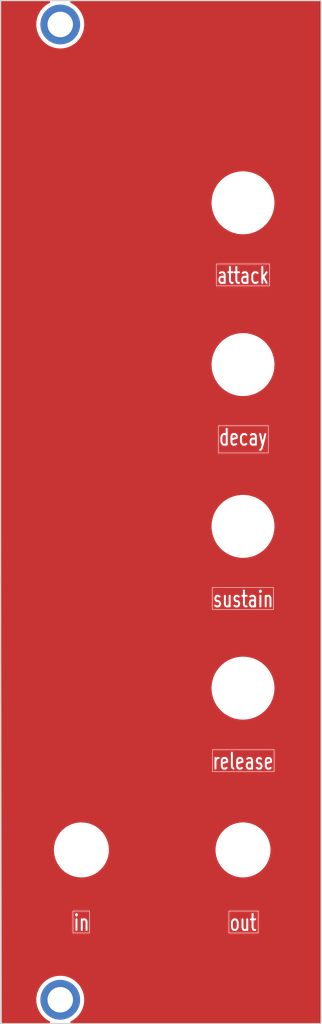
<source format=kicad_pcb>
(kicad_pcb (version 20221018) (generator pcbnew)
  (title_block (title "ADSR") (date "2019-09-22") (rev "01") (comment 1 "Original design by René Schmitz") (comment 2 "PCB for Panel") (comment 4 "License CC BY 4.0 - Attribution 4.0 International"))
  (layers (0 "F.Cu" signal) (31 "B.Cu" signal) (34 "B.Paste" user) (35 "F.Paste" user) (36 "B.SilkS" user "B.Silkscreen") (37 "F.SilkS" user "F.Silkscreen") (38 "B.Mask" user) (39 "F.Mask" user) (44 "Edge.Cuts" user))
  (net 0 "")
  (footprint "elektrophon:panel_jack" (layer "F.Cu") (at 35.56 132.08)
    (fp_text reference "H1" hide)
    (fp_text value "in" hide)
    (pad "" np_thru_hole circle (at 0 0) (size 6.4 6.4) (drill 6.4) (layers "*.Cu" "*.Mask"))
  )
  (footprint "elektrophon:panel_potentiometer" (layer "F.Cu") (at 55.88 50.8)
    (fp_text reference "H2" hide)
    (fp_text value "attack" hide)
    (pad "" np_thru_hole circle (at 0 0) (size 7.4 7.4) (drill 7.4) (layers "*.Cu" "*.Mask"))
  )
  (footprint "elektrophon:panel_potentiometer" (layer "F.Cu") (at 55.88 71.12)
    (fp_text reference "H3" hide)
    (fp_text value "decay" hide)
    (pad "" np_thru_hole circle (at 0 0) (size 7.4 7.4) (drill 7.4) (layers "*.Cu" "*.Mask"))
  )
  (footprint "elektrophon:panel_potentiometer" (layer "F.Cu") (at 55.88 91.44)
    (fp_text reference "H4" hide)
    (fp_text value "sustain" hide)
    (pad "" np_thru_hole circle (at 0 0) (size 7.4 7.4) (drill 7.4) (layers "*.Cu" "*.Mask"))
  )
  (footprint "elektrophon:panel_potentiometer" (layer "F.Cu") (at 55.88 111.76)
    (fp_text reference "H5" hide)
    (fp_text value "release" hide)
    (pad "" np_thru_hole circle (at 0 0) (size 7.4 7.4) (drill 7.4) (layers "*.Cu" "*.Mask"))
  )
  (footprint "elektrophon:LED_Monitor" (layer "F.Cu") (at 45.72 132.08)
    (fp_text reference "H6" hide)
    (fp_text value "LED" hide)
  )
  (footprint "elektrophon:panel_jack" (layer "F.Cu") (at 55.88 132.08)
    (fp_text reference "H7" hide)
    (fp_text value "out" hide)
    (pad "" np_thru_hole circle (at 0 0) (size 6.4 6.4) (drill 6.4) (layers "*.Cu" "*.Mask"))
  )
  (footprint "elektrophon:MountingHole_Panel_3.2mm_M3" (layer "F.Cu") (at 32.9 28.4)
    (fp_text reference "H8" hide)
    (fp_text value "MountingHole" hide)
    (pad "1" thru_hole circle (at 0 0) (size 3.6 3.6) (drill 3.2) (layers "*.Cu" "*.Mask"))
    (pad "1" connect circle (at 0 0) (size 5 5) (layers "F.Cu" "F.Mask"))
    (pad "1" connect circle (at 0 0) (size 5 5) (layers "B.Cu" "B.Mask"))
  )
  (footprint "elektrophon:MountingHole_Panel_3.2mm_M3" (layer "F.Cu") (at 32.9 150.9)
    (fp_text reference "H9" hide)
    (fp_text value "MountingHole" hide)
    (pad "1" thru_hole circle (at 0 0) (size 3.6 3.6) (drill 3.2) (layers "*.Cu" "*.Mask"))
    (pad "1" connect circle (at 0 0) (size 5 5) (layers "F.Cu" "F.Mask"))
    (pad "1" connect circle (at 0 0) (size 5 5) (layers "B.Cu" "B.Mask"))
  )
  (gr_line (start 25.4 25.4) (end 25.4 153.9) (stroke (width 0.15)) (layer "Edge.Cuts"))
  (gr_line (start 25.4 25.4) (end 65.7 25.4) (stroke (width 0.12)) (layer "Edge.Cuts"))
  (gr_line (start 65.7 153.9) (end 25.4 153.9) (stroke (width 0.15)) (layer "Edge.Cuts"))
  (gr_line (start 25.4 25.4) (end 65.7 25.4) (stroke (width 0.15)) (layer "Edge.Cuts"))
  (gr_line (start 65.7 25.4) (end 65.7 153.9) (stroke (width 0.15)) (layer "Edge.Cuts"))
  (gr_text "sustain" (at 51.9684 101.7524) (layer "F.Cu" knockout) (effects (font (size 2 1.4) (thickness 0.25) bold) (justify left bottom)))
  (gr_text "release" (at 51.9176 122.1232) (layer "F.Cu" knockout) (effects (font (size 2 1.4) (thickness 0.25) bold) (justify left bottom)))
  (gr_text "attack" (at 52.4764 61.1124) (layer "F.Cu" knockout) (effects (font (size 2 1.4) (thickness 0.25) bold) (justify left bottom)))
  (gr_text "decay" (at 52.7304 81.4324) (layer "F.Cu" knockout) (effects (font (size 2 1.4) (thickness 0.25) bold) (justify left bottom)))
  (gr_text "in" (at 34.4424 142.3924) (layer "F.Cu" knockout) (effects (font (size 2 1.4) (thickness 0.25) bold) (justify left bottom)))
  (gr_text "out" (at 54.0512 142.3924) (layer "F.Cu" knockout) (effects (font (size 2 1.4) (thickness 0.25) bold) (justify left bottom)))
  (zone (net 0) (net_name "") (layer "F.Cu") (connect_pads (clearance 0.508)) (min_thickness 0.254) (fill yes (thermal_gap 0.508) (thermal_bridge_width 0.508) (island_removal_mode 1) (island_area_min 10))
    (polygon (pts (xy 25.39 25.34) (xy 65.72 25.41) (xy 65.817 153.837) (xy 25.537 153.837)))
  )
)
</source>
